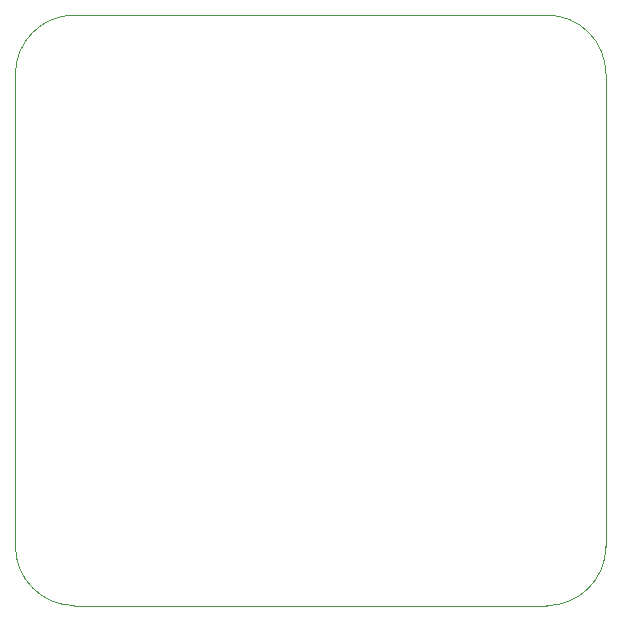
<source format=gm1>
G04 #@! TF.GenerationSoftware,KiCad,Pcbnew,8.0.4*
G04 #@! TF.CreationDate,2025-01-10T10:23:46-05:00*
G04 #@! TF.ProjectId,555 Blink-a-tron SMD,35353520-426c-4696-9e6b-2d612d74726f,rev?*
G04 #@! TF.SameCoordinates,Original*
G04 #@! TF.FileFunction,Profile,NP*
%FSLAX46Y46*%
G04 Gerber Fmt 4.6, Leading zero omitted, Abs format (unit mm)*
G04 Created by KiCad (PCBNEW 8.0.4) date 2025-01-10 10:23:46*
%MOMM*%
%LPD*%
G01*
G04 APERTURE LIST*
G04 #@! TA.AperFunction,Profile*
%ADD10C,0.050000*%
G04 #@! TD*
G04 #@! TA.AperFunction,Profile*
%ADD11C,0.100000*%
G04 #@! TD*
G04 APERTURE END LIST*
D10*
X100000000Y-55000000D02*
X100000000Y-95000000D01*
D11*
X145000000Y-50000000D02*
G75*
G02*
X150000000Y-55000000I0J-5000000D01*
G01*
D10*
X105000000Y-100000000D02*
X145000000Y-100000000D01*
D11*
X150000000Y-95000000D02*
G75*
G02*
X145000000Y-100000000I-5035500J35500D01*
G01*
D10*
X150000000Y-95000000D02*
X150000000Y-55000000D01*
D11*
X100000000Y-55000000D02*
G75*
G02*
X105000000Y-50000000I5000000J0D01*
G01*
D10*
X145000000Y-50000000D02*
X105000000Y-50000000D01*
D11*
X105000000Y-100000000D02*
G75*
G02*
X100000000Y-95000000I35500J5035500D01*
G01*
M02*

</source>
